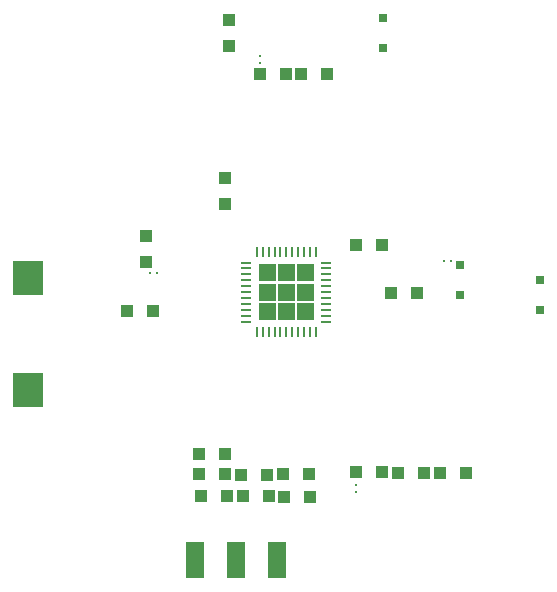
<source format=gbr>
G04 EAGLE Gerber RS-274X export*
G75*
%MOMM*%
%FSLAX34Y34*%
%LPD*%
%INSolderpaste Bottom*%
%IPPOS*%
%AMOC8*
5,1,8,0,0,1.08239X$1,22.5*%
G01*
%ADD10R,1.100000X1.100000*%
%ADD11R,2.500000X2.900000*%
%ADD12R,0.200000X0.200000*%
%ADD13R,1.500000X3.100000*%
%ADD14R,0.700000X0.700000*%
%ADD15R,0.965200X0.254000*%
%ADD16R,0.254000X0.965200*%

G36*
X494516Y410360D02*
X494516Y410360D01*
X494518Y410359D01*
X494561Y410379D01*
X494605Y410398D01*
X494606Y410400D01*
X494608Y410401D01*
X494641Y410486D01*
X494641Y424657D01*
X494640Y424659D01*
X494641Y424661D01*
X494621Y424704D01*
X494602Y424748D01*
X494600Y424748D01*
X494599Y424750D01*
X494514Y424783D01*
X480343Y424783D01*
X480341Y424782D01*
X480339Y424783D01*
X480296Y424763D01*
X480252Y424745D01*
X480252Y424743D01*
X480250Y424742D01*
X480217Y424657D01*
X480217Y410486D01*
X480218Y410484D01*
X480217Y410482D01*
X480237Y410439D01*
X480255Y410395D01*
X480257Y410394D01*
X480258Y410392D01*
X480343Y410359D01*
X494514Y410359D01*
X494516Y410360D01*
G37*
G36*
X526859Y410360D02*
X526859Y410360D01*
X526861Y410359D01*
X526904Y410379D01*
X526948Y410398D01*
X526948Y410400D01*
X526950Y410401D01*
X526983Y410486D01*
X526983Y424657D01*
X526982Y424659D01*
X526983Y424661D01*
X526963Y424704D01*
X526945Y424748D01*
X526943Y424748D01*
X526942Y424750D01*
X526857Y424783D01*
X512686Y424783D01*
X512684Y424782D01*
X512682Y424783D01*
X512639Y424763D01*
X512595Y424745D01*
X512594Y424743D01*
X512592Y424742D01*
X512559Y424657D01*
X512559Y410486D01*
X512560Y410484D01*
X512559Y410482D01*
X512579Y410439D01*
X512598Y410395D01*
X512600Y410394D01*
X512601Y410392D01*
X512686Y410359D01*
X526857Y410359D01*
X526859Y410360D01*
G37*
G36*
X494516Y378018D02*
X494516Y378018D01*
X494518Y378017D01*
X494561Y378037D01*
X494605Y378055D01*
X494606Y378057D01*
X494608Y378058D01*
X494641Y378143D01*
X494641Y392314D01*
X494640Y392316D01*
X494641Y392318D01*
X494621Y392361D01*
X494602Y392405D01*
X494600Y392406D01*
X494599Y392408D01*
X494514Y392441D01*
X480343Y392441D01*
X480341Y392440D01*
X480339Y392441D01*
X480296Y392421D01*
X480252Y392402D01*
X480252Y392400D01*
X480250Y392399D01*
X480217Y392314D01*
X480217Y378143D01*
X480218Y378141D01*
X480217Y378139D01*
X480237Y378096D01*
X480255Y378052D01*
X480257Y378052D01*
X480258Y378050D01*
X480343Y378017D01*
X494514Y378017D01*
X494516Y378018D01*
G37*
G36*
X526859Y378018D02*
X526859Y378018D01*
X526861Y378017D01*
X526904Y378037D01*
X526948Y378055D01*
X526948Y378057D01*
X526950Y378058D01*
X526983Y378143D01*
X526983Y392314D01*
X526982Y392316D01*
X526983Y392318D01*
X526963Y392361D01*
X526945Y392405D01*
X526943Y392406D01*
X526942Y392408D01*
X526857Y392441D01*
X512686Y392441D01*
X512684Y392440D01*
X512682Y392441D01*
X512639Y392421D01*
X512595Y392402D01*
X512594Y392400D01*
X512592Y392399D01*
X512559Y392314D01*
X512559Y378143D01*
X512560Y378141D01*
X512559Y378139D01*
X512579Y378096D01*
X512598Y378052D01*
X512600Y378052D01*
X512601Y378050D01*
X512686Y378017D01*
X526857Y378017D01*
X526859Y378018D01*
G37*
G36*
X510688Y410360D02*
X510688Y410360D01*
X510690Y410359D01*
X510733Y410379D01*
X510776Y410398D01*
X510777Y410400D01*
X510779Y410401D01*
X510812Y410486D01*
X510812Y424657D01*
X510811Y424659D01*
X510812Y424661D01*
X510792Y424704D01*
X510774Y424748D01*
X510771Y424748D01*
X510771Y424750D01*
X510686Y424783D01*
X496514Y424783D01*
X496512Y424782D01*
X496510Y424783D01*
X496467Y424763D01*
X496424Y424745D01*
X496423Y424743D01*
X496421Y424742D01*
X496388Y424657D01*
X496388Y410486D01*
X496389Y410484D01*
X496388Y410482D01*
X496408Y410439D01*
X496427Y410395D01*
X496429Y410394D01*
X496429Y410392D01*
X496514Y410359D01*
X510686Y410359D01*
X510688Y410360D01*
G37*
G36*
X494516Y394189D02*
X494516Y394189D01*
X494518Y394188D01*
X494561Y394208D01*
X494605Y394227D01*
X494606Y394229D01*
X494608Y394229D01*
X494641Y394314D01*
X494641Y408486D01*
X494640Y408488D01*
X494641Y408490D01*
X494621Y408533D01*
X494602Y408576D01*
X494600Y408577D01*
X494599Y408579D01*
X494514Y408612D01*
X480343Y408612D01*
X480341Y408611D01*
X480339Y408612D01*
X480296Y408592D01*
X480252Y408574D01*
X480252Y408571D01*
X480250Y408571D01*
X480217Y408486D01*
X480217Y394314D01*
X480218Y394312D01*
X480217Y394310D01*
X480237Y394267D01*
X480255Y394224D01*
X480257Y394223D01*
X480258Y394221D01*
X480343Y394188D01*
X494514Y394188D01*
X494516Y394189D01*
G37*
G36*
X526859Y394189D02*
X526859Y394189D01*
X526861Y394188D01*
X526904Y394208D01*
X526948Y394227D01*
X526948Y394229D01*
X526950Y394229D01*
X526983Y394314D01*
X526983Y408486D01*
X526982Y408488D01*
X526983Y408490D01*
X526963Y408533D01*
X526945Y408576D01*
X526943Y408577D01*
X526942Y408579D01*
X526857Y408612D01*
X512686Y408612D01*
X512684Y408611D01*
X512682Y408612D01*
X512639Y408592D01*
X512595Y408574D01*
X512594Y408571D01*
X512592Y408571D01*
X512559Y408486D01*
X512559Y394314D01*
X512560Y394312D01*
X512559Y394310D01*
X512579Y394267D01*
X512598Y394224D01*
X512600Y394223D01*
X512601Y394221D01*
X512686Y394188D01*
X526857Y394188D01*
X526859Y394189D01*
G37*
G36*
X510688Y378018D02*
X510688Y378018D01*
X510690Y378017D01*
X510733Y378037D01*
X510776Y378055D01*
X510777Y378057D01*
X510779Y378058D01*
X510812Y378143D01*
X510812Y392314D01*
X510811Y392316D01*
X510812Y392318D01*
X510792Y392361D01*
X510774Y392405D01*
X510771Y392406D01*
X510771Y392408D01*
X510686Y392441D01*
X496514Y392441D01*
X496512Y392440D01*
X496510Y392441D01*
X496467Y392421D01*
X496424Y392402D01*
X496423Y392400D01*
X496421Y392399D01*
X496388Y392314D01*
X496388Y378143D01*
X496389Y378141D01*
X496388Y378139D01*
X496408Y378096D01*
X496427Y378052D01*
X496429Y378052D01*
X496429Y378050D01*
X496514Y378017D01*
X510686Y378017D01*
X510688Y378018D01*
G37*
G36*
X510688Y394189D02*
X510688Y394189D01*
X510690Y394188D01*
X510733Y394208D01*
X510776Y394227D01*
X510777Y394229D01*
X510779Y394229D01*
X510812Y394314D01*
X510812Y408486D01*
X510811Y408488D01*
X510812Y408490D01*
X510792Y408533D01*
X510774Y408576D01*
X510771Y408577D01*
X510771Y408579D01*
X510686Y408612D01*
X496514Y408612D01*
X496512Y408611D01*
X496510Y408612D01*
X496467Y408592D01*
X496424Y408574D01*
X496423Y408571D01*
X496421Y408571D01*
X496388Y408486D01*
X496388Y394314D01*
X496389Y394312D01*
X496388Y394310D01*
X496408Y394267D01*
X496427Y394224D01*
X496429Y394223D01*
X496429Y394221D01*
X496514Y394188D01*
X510686Y394188D01*
X510688Y394189D01*
G37*
D10*
X563000Y441000D03*
X585000Y441000D03*
D11*
X284900Y413700D03*
X284900Y318700D03*
D10*
X516000Y586000D03*
X538000Y586000D03*
X385000Y449000D03*
X385000Y427000D03*
X503000Y586000D03*
X481000Y586000D03*
X563000Y249000D03*
X585000Y249000D03*
X455000Y631500D03*
X455000Y609500D03*
D12*
X643000Y428000D03*
X637000Y428000D03*
X394500Y417500D03*
X388500Y417500D03*
X481000Y595000D03*
X481000Y601000D03*
X563000Y232000D03*
X563000Y238000D03*
D13*
X496100Y174900D03*
X461100Y174900D03*
X426100Y174900D03*
D10*
X523000Y247000D03*
X501000Y247000D03*
X465000Y246600D03*
X487000Y246600D03*
X502000Y228000D03*
X524000Y228000D03*
X430000Y247000D03*
X452000Y247000D03*
X391000Y385000D03*
X369000Y385000D03*
X451600Y264600D03*
X429600Y264600D03*
X634000Y248000D03*
X656000Y248000D03*
X598000Y248000D03*
X620000Y248000D03*
D14*
X718000Y386300D03*
X718000Y411700D03*
X651000Y399300D03*
X651000Y424700D03*
X585800Y608400D03*
X585800Y633800D03*
D10*
X467000Y229000D03*
X489000Y229000D03*
X453000Y229000D03*
X431000Y229000D03*
X452000Y476000D03*
X452000Y498000D03*
X592000Y401000D03*
X614000Y401000D03*
D15*
X537382Y426400D03*
X537382Y421400D03*
X537382Y416400D03*
X537382Y411400D03*
X537382Y406400D03*
X537382Y401400D03*
X537382Y396400D03*
X537382Y391400D03*
X537382Y386400D03*
X537382Y381400D03*
X537382Y376400D03*
D16*
X528600Y367618D03*
X523600Y367618D03*
X518600Y367618D03*
X513600Y367618D03*
X508600Y367618D03*
X503600Y367618D03*
X498600Y367618D03*
X493600Y367618D03*
X488600Y367618D03*
X483600Y367618D03*
X478600Y367618D03*
D15*
X469818Y376400D03*
X469818Y381400D03*
X469818Y386400D03*
X469818Y391400D03*
X469818Y396400D03*
X469818Y401400D03*
X469818Y406400D03*
X469818Y411400D03*
X469818Y416400D03*
X469818Y421400D03*
X469818Y426400D03*
D16*
X478600Y435182D03*
X483600Y435182D03*
X488600Y435182D03*
X493600Y435182D03*
X498600Y435182D03*
X503600Y435182D03*
X508600Y435182D03*
X513600Y435182D03*
X518600Y435182D03*
X523600Y435182D03*
X528600Y435182D03*
M02*

</source>
